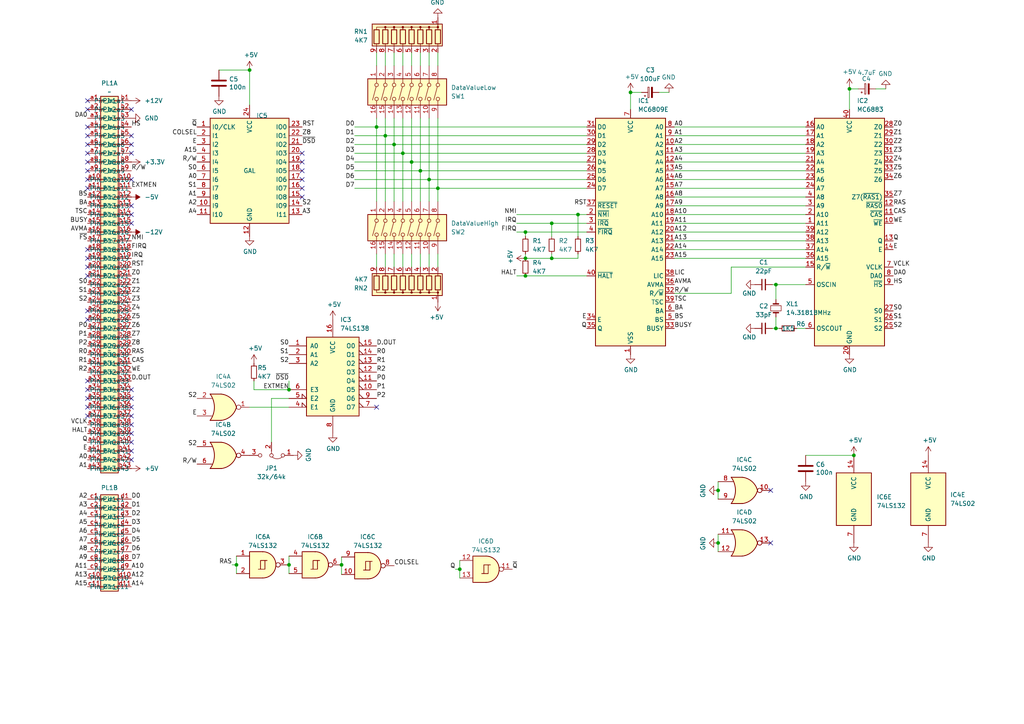
<source format=kicad_sch>
(kicad_sch (version 20250114) (generator "eeschema") (generator_version "9.0")
  (paper "A4")
  (lib_symbols
    (symbol "74xx:74LS02" (pin_names (offset 1.016))
      (property "Reference" "U" (at 0 1.27 0))
      (property "Value" "74LS02" (at 0 -1.27 0))
      (symbol "74LS02_1_1"
        (pin input line (at -7.62 2.54 0) (length 4.318) (name "~") (number "2"))
        (pin input line (at -7.62 -2.54 0) (length 4.318) (name "~") (number "3"))
        (pin output inverted (at 7.62 0 180) (length 3.81) (name "~") (number "1"))
      )
      (symbol "74LS02_1_2"
        (pin input inverted (at -7.62 2.54 0) (length 3.81) (name "~") (number "2"))
        (pin input inverted (at -7.62 -2.54 0) (length 3.81) (name "~") (number "3"))
        (pin output line (at 7.62 0 180) (length 3.81) (name "~") (number "1"))
      )
      (symbol "74LS02_2_1"
        (pin input line (at -7.62 2.54 0) (length 4.318) (name "~") (number "5"))
        (pin input line (at -7.62 -2.54 0) (length 4.318) (name "~") (number "6"))
        (pin output inverted (at 7.62 0 180) (length 3.81) (name "~") (number "4"))
      )
      (symbol "74LS02_2_2"
        (pin input inverted (at -7.62 2.54 0) (length 3.81) (name "~") (number "5"))
        (pin input inverted (at -7.62 -2.54 0) (length 3.81) (name "~") (number "6"))
        (pin output line (at 7.62 0 180) (length 3.81) (name "~") (number "4"))
      )
      (symbol "74LS02_3_1"
        (pin input line (at -7.62 2.54 0) (length 4.318) (name "~") (number "8"))
        (pin input line (at -7.62 -2.54 0) (length 4.318) (name "~") (number "9"))
        (pin output inverted (at 7.62 0 180) (length 3.81) (name "~") (number "10"))
      )
      (symbol "74LS02_3_2"
        (pin input inverted (at -7.62 2.54 0) (length 3.81) (name "~") (number "8"))
        (pin input inverted (at -7.62 -2.54 0) (length 3.81) (name "~") (number "9"))
        (pin output line (at 7.62 0 180) (length 3.81) (name "~") (number "10"))
      )
      (symbol "74LS02_4_1"
        (pin input line (at -7.62 2.54 0) (length 4.318) (name "~") (number "11"))
        (pin input line (at -7.62 -2.54 0) (length 4.318) (name "~") (number "12"))
        (pin output inverted (at 7.62 0 180) (length 3.81) (name "~") (number "13"))
      )
      (symbol "74LS02_4_2"
        (pin input inverted (at -7.62 2.54 0) (length 3.81) (name "~") (number "11"))
        (pin input inverted (at -7.62 -2.54 0) (length 3.81) (name "~") (number "12"))
        (pin output line (at 7.62 0 180) (length 3.81) (name "~") (number "13"))
      )
      (symbol "74LS02_5_0"
        (pin power_in line (at 0 12.7 270) (length 5.08) (name "VCC") (number "14"))
        (pin power_in line (at 0 -12.7 90) (length 5.08) (name "GND") (number "7"))
      )
    )
    (symbol "74xx:74LS132" (pin_names (offset 1.016))
      (property "Reference" "U" (at 0 1.27 0))
      (property "Value" "74LS132" (at 0 -1.27 0))
      (symbol "74LS132_1_1"
        (pin input line (at -7.62 2.54 0) (length 3.81) (name "~") (number "1"))
        (pin input line (at -7.62 -2.54 0) (length 3.81) (name "~") (number "2"))
        (pin output inverted (at 7.62 0 180) (length 3.81) (name "~") (number "3"))
      )
      (symbol "74LS132_1_2"
        (pin input inverted (at -7.62 2.54 0) (length 4.318) (name "~") (number "1"))
        (pin input inverted (at -7.62 -2.54 0) (length 4.318) (name "~") (number "2"))
        (pin output line (at 7.62 0 180) (length 3.81) (name "~") (number "3"))
      )
      (symbol "74LS132_2_1"
        (pin input line (at -7.62 2.54 0) (length 3.81) (name "~") (number "4"))
        (pin input line (at -7.62 -2.54 0) (length 3.81) (name "~") (number "5"))
        (pin output inverted (at 7.62 0 180) (length 3.81) (name "~") (number "6"))
      )
      (symbol "74LS132_2_2"
        (pin input inverted (at -7.62 2.54 0) (length 4.318) (name "~") (number "4"))
        (pin input inverted (at -7.62 -2.54 0) (length 4.318) (name "~") (number "5"))
        (pin output line (at 7.62 0 180) (length 3.81) (name "~") (number "6"))
      )
      (symbol "74LS132_3_1"
        (pin input line (at -7.62 2.54 0) (length 3.81) (name "~") (number "9"))
        (pin input line (at -7.62 -2.54 0) (length 3.81) (name "~") (number "10"))
        (pin output inverted (at 7.62 0 180) (length 3.81) (name "~") (number "8"))
      )
      (symbol "74LS132_3_2"
        (pin input inverted (at -7.62 2.54 0) (length 4.318) (name "~") (number "9"))
        (pin input inverted (at -7.62 -2.54 0) (length 4.318) (name "~") (number "10"))
        (pin output line (at 7.62 0 180) (length 3.81) (name "~") (number "8"))
      )
      (symbol "74LS132_4_1"
        (pin input line (at -7.62 2.54 0) (length 3.81) (name "~") (number "12"))
        (pin input line (at -7.62 -2.54 0) (length 3.81) (name "~") (number "13"))
        (pin output inverted (at 7.62 0 180) (length 3.81) (name "~") (number "11"))
      )
      (symbol "74LS132_4_2"
        (pin input inverted (at -7.62 2.54 0) (length 4.318) (name "~") (number "12"))
        (pin input inverted (at -7.62 -2.54 0) (length 4.318) (name "~") (number "13"))
        (pin output line (at 7.62 0 180) (length 3.81) (name "~") (number "11"))
      )
      (symbol "74LS132_5_0"
        (pin power_in line (at 0 12.7 270) (length 5.08) (name "VCC") (number "14"))
        (pin power_in line (at 0 -12.7 90) (length 5.08) (name "GND") (number "7"))
      )
    )
    (symbol "74xx:74LS138" (pin_names (offset 1.016))
      (property "Reference" "U" (at -7.62 11.43 0))
      (property "Value" "74LS138" (at -7.62 -13.97 0))
      (symbol "74LS138_1_0"
        (pin input line (at -12.7 7.62 0) (length 5.08) (name "A0") (number "1"))
        (pin input line (at -12.7 5.08 0) (length 5.08) (name "A1") (number "2"))
        (pin input line (at -12.7 2.54 0) (length 5.08) (name "A2") (number "3"))
        (pin input line (at -12.7 -5.08 0) (length 5.08) (name "E3") (number "6"))
        (pin input input_low (at -12.7 -7.62 0) (length 5.08) (name "E2") (number "5"))
        (pin input input_low (at -12.7 -10.16 0) (length 5.08) (name "E1") (number "4"))
        (pin power_in line (at 0 15.24 270) (length 5.08) (name "VCC") (number "16"))
        (pin power_in line (at 0 -17.78 90) (length 5.08) (name "GND") (number "8"))
        (pin output output_low (at 12.7 7.62 180) (length 5.08) (name "O0") (number "15"))
        (pin output output_low (at 12.7 5.08 180) (length 5.08) (name "O1") (number "14"))
        (pin output output_low (at 12.7 2.54 180) (length 5.08) (name "O2") (number "13"))
        (pin output output_low (at 12.7 0 180) (length 5.08) (name "O3") (number "12"))
        (pin output output_low (at 12.7 -2.54 180) (length 5.08) (name "O4") (number "11"))
        (pin output output_low (at 12.7 -5.08 180) (length 5.08) (name "O5") (number "10"))
        (pin output output_low (at 12.7 -7.62 180) (length 5.08) (name "O6") (number "9"))
        (pin output output_low (at 12.7 -10.16 180) (length 5.08) (name "O7") (number "7"))
      )
    )
    (symbol "CPU_NXP_6800:MC6809E"
      (property "Reference" "U" (at -7.62 34.544 0))
      (property "Value" "MC6809E" (at 10.16 34.544 0))
      (symbol "MC6809E_1_1"
        (pin bidirectional line (at -12.7 30.48 0) (length 2.54) (name "D0") (number "31"))
        (pin bidirectional line (at -12.7 27.94 0) (length 2.54) (name "D1") (number "30"))
        (pin bidirectional line (at -12.7 25.4 0) (length 2.54) (name "D2") (number "29"))
        (pin bidirectional line (at -12.7 22.86 0) (length 2.54) (name "D3") (number "28"))
        (pin bidirectional line (at -12.7 20.32 0) (length 2.54) (name "D4") (number "27"))
        (pin bidirectional line (at -12.7 17.78 0) (length 2.54) (name "D5") (number "26"))
        (pin bidirectional line (at -12.7 15.24 0) (length 2.54) (name "D6") (number "25"))
        (pin bidirectional line (at -12.7 12.7 0) (length 2.54) (name "D7") (number "24"))
        (pin input line (at -12.7 7.62 0) (length 2.54) (name "~{RESET}") (number "37"))
        (pin input line (at -12.7 5.08 0) (length 2.54) (name "~{NMI}") (number "2"))
        (pin input line (at -12.7 2.54 0) (length 2.54) (name "~{IRQ}") (number "3"))
        (pin input line (at -12.7 0 0) (length 2.54) (name "~{FIRQ}") (number "4"))
        (pin input line (at -12.7 -12.7 0) (length 2.54) (name "~{HALT}") (number "40"))
        (pin input line (at -12.7 -25.4 0) (length 2.54) (name "E") (number "34"))
        (pin input line (at -12.7 -27.94 0) (length 2.54) (name "Q") (number "35"))
        (pin power_in line (at 0 35.56 270) (length 2.54) (name "VCC") (number "7"))
        (pin power_in line (at 0 -35.56 90) (length 2.54) (name "VSS") (number "1"))
        (pin output line (at 12.7 30.48 180) (length 2.54) (name "A0") (number "8"))
        (pin output line (at 12.7 27.94 180) (length 2.54) (name "A1") (number "9"))
        (pin output line (at 12.7 25.4 180) (length 2.54) (name "A2") (number "10"))
        (pin output line (at 12.7 22.86 180) (length 2.54) (name "A3") (number "11"))
        (pin output line (at 12.7 20.32 180) (length 2.54) (name "A4") (number "12"))
        (pin output line (at 12.7 17.78 180) (length 2.54) (name "A5") (number "13"))
        (pin output line (at 12.7 15.24 180) (length 2.54) (name "A6") (number "14"))
        (pin output line (at 12.7 12.7 180) (length 2.54) (name "A7") (number "15"))
        (pin output line (at 12.7 10.16 180) (length 2.54) (name "A8") (number "16"))
        (pin output line (at 12.7 7.62 180) (length 2.54) (name "A9") (number "17"))
        (pin output line (at 12.7 5.08 180) (length 2.54) (name "A10") (number "18"))
        (pin output line (at 12.7 2.54 180) (length 2.54) (name "A11") (number "19"))
        (pin output line (at 12.7 0 180) (length 2.54) (name "A12") (number "20"))
        (pin output line (at 12.7 -2.54 180) (length 2.54) (name "A13") (number "21"))
        (pin output line (at 12.7 -5.08 180) (length 2.54) (name "A14") (number "22"))
        (pin output line (at 12.7 -7.62 180) (length 2.54) (name "A15") (number "23"))
        (pin output line (at 12.7 -12.7 180) (length 2.54) (name "LIC") (number "38"))
        (pin output line (at 12.7 -15.24 180) (length 2.54) (name "AVMA") (number "36"))
        (pin output line (at 12.7 -17.78 180) (length 2.54) (name "R/~{W}") (number "32"))
        (pin output line (at 12.7 -20.32 180) (length 2.54) (name "TSC") (number "39"))
        (pin output line (at 12.7 -22.86 180) (length 2.54) (name "BA") (number "6"))
        (pin output line (at 12.7 -25.4 180) (length 2.54) (name "BS") (number "5"))
        (pin output line (at 12.7 -27.94 180) (length 2.54) (name "BUSY") (number "33"))
      )
    )
    (symbol "Card_Edge_1"
      (symbol "Card_Edge_1_1_1"
        (pin passive line (at -6.35 53.34 0) (length 3.81) (name "Pin_a1") (number "a1"))
        (pin passive line (at -6.35 50.8 0) (length 3.81) (name "Pin_a2") (number "a2"))
        (pin passive line (at -6.35 48.26 0) (length 3.81) (name "Pin_a3") (number "a3"))
        (pin passive line (at -6.35 45.72 0) (length 3.81) (name "Pin_a4") (number "a4"))
        (pin passive line (at -6.35 43.18 0) (length 3.81) (name "Pin_a5") (number "a5"))
        (pin passive line (at -6.35 40.64 0) (length 3.81) (name "Pin_a6") (number "a6"))
        (pin passive line (at -6.35 38.1 0) (length 3.81) (name "Pin_a7") (number "a7"))
        (pin passive line (at -6.35 35.56 0) (length 3.81) (name "Pin_a8") (number "a8"))
        (pin passive line (at -6.35 33.02 0) (length 3.81) (name "Pin_a9") (number "a9"))
        (pin passive line (at -6.35 30.48 0) (length 3.81) (name "Pin_a10") (number "a10"))
        (pin passive line (at -6.35 27.94 0) (length 3.81) (name "Pin_a11") (number "a11"))
        (pin passive line (at -6.35 25.4 0) (length 3.81) (name "Pin_a12") (number "a12"))
        (pin passive line (at -6.35 22.86 0) (length 3.81) (name "Pin_a13") (number "a13"))
        (pin passive line (at -6.35 20.32 0) (length 3.81) (name "Pin_a14") (number "a14"))
        (pin passive line (at -6.35 17.78 0) (length 3.81) (name "Pin_a15") (number "a15"))
        (pin passive line (at -6.35 15.24 0) (length 3.81) (name "Pin_a16") (number "a16"))
        (pin passive line (at -6.35 12.7 0) (length 3.81) (name "Pin_a17") (number "a17"))
        (pin passive line (at -6.35 10.16 0) (length 3.81) (name "Pin_a18") (number "a18"))
        (pin passive line (at -6.35 7.62 0) (length 3.81) (name "Pin_a19") (number "a19"))
        (pin passive line (at -6.35 5.08 0) (length 3.81) (name "Pin_a20") (number "a20"))
        (pin passive line (at -6.35 2.54 0) (length 3.81) (name "Pin_a21") (number "a21"))
        (pin passive line (at -6.35 0 0) (length 3.81) (name "Pin_a22") (number "a22"))
        (pin passive line (at -6.35 -2.54 0) (length 3.81) (name "Pin_a23") (number "a23"))
        (pin passive line (at -6.35 -5.08 0) (length 3.81) (name "Pin_a24") (number "a24"))
        (pin passive line (at -6.35 -7.62 0) (length 3.81) (name "Pin_a25") (number "a25"))
        (pin passive line (at -6.35 -10.16 0) (length 3.81) (name "Pin_a26") (number "a26"))
        (pin passive line (at -6.35 -12.7 0) (length 3.81) (name "Pin_a27") (number "a27"))
        (pin passive line (at -6.35 -15.24 0) (length 3.81) (name "Pin_a28") (number "a28"))
        (pin passive line (at -6.35 -17.78 0) (length 3.81) (name "Pin_a29") (number "a29"))
        (pin passive line (at -6.35 -20.32 0) (length 3.81) (name "Pin_a30") (number "a30"))
        (pin passive line (at -6.35 -22.86 0) (length 3.81) (name "Pin_a31") (number "a31"))
        (pin passive line (at -6.35 -25.4 0) (length 3.81) (name "Pin_a32") (number "a32"))
        (pin passive line (at -6.35 -27.94 0) (length 3.81) (name "Pin_a33") (number "a33"))
        (pin passive line (at -6.35 -30.48 0) (length 3.81) (name "Pin_a34") (number "a34"))
        (pin passive line (at -6.35 -33.02 0) (length 3.81) (name "Pin_a35") (number "a35"))
        (pin passive line (at -6.35 -35.56 0) (length 3.81) (name "Pin_a36") (number "a36"))
        (pin passive line (at -6.35 -38.1 0) (length 3.81) (name "Pin_a37") (number "a37"))
        (pin passive line (at -6.35 -40.64 0) (length 3.81) (name "Pin_a38") (number "a38"))
        (pin passive line (at -6.35 -43.18 0) (length 3.81) (name "Pin_a39") (number "a39"))
        (pin passive line (at -6.35 -45.72 0) (length 3.81) (name "Pin_a40") (number "a40"))
        (pin passive line (at -6.35 -48.26 0) (length 3.81) (name "Pin_a41") (number "a41"))
        (pin passive line (at -6.35 -50.8 0) (length 3.81) (name "Pin_a42") (number "a42"))
        (pin passive line (at -6.35 -53.34 0) (length 3.81) (name "Pin_a43") (number "a43"))
        (pin passive line (at 6.35 53.34 180) (length 3.81) (name "Pin_b1") (number "b1"))
        (pin passive line (at 6.35 50.8 180) (length 3.81) (name "Pin_b2") (number "b2"))
        (pin passive line (at 6.35 48.26 180) (length 3.81) (name "Pin_b3") (number "b3"))
        (pin passive line (at 6.35 45.72 180) (length 3.81) (name "Pin_b4") (number "b4"))
        (pin passive line (at 6.35 43.18 180) (length 3.81) (name "Pin_b5") (number "b5"))
        (pin passive line (at 6.35 40.64 180) (length 3.81) (name "Pin_b6") (number "b6"))
        (pin passive line (at 6.35 38.1 180) (length 3.81) (name "Pin_b7") (number "b7"))
        (pin passive line (at 6.35 35.56 180) (length 3.81) (name "Pin_b8") (number "b8"))
        (pin passive line (at 6.35 33.02 180) (length 3.81) (name "Pin_b9") (number "b9"))
        (pin passive line (at 6.35 30.48 180) (length 3.81) (name "Pin_b10") (number "b10"))
        (pin passive line (at 6.35 27.94 180) (length 3.81) (name "Pin_b11") (number "b11"))
        (pin passive line (at 6.35 25.4 180) (length 3.81) (name "Pin_b12") (number "b12"))
        (pin passive line (at 6.35 22.86 180) (length 3.81) (name "Pin_b13") (number "b13"))
        (pin passive line (at 6.35 20.32 180) (length 3.81) (name "Pin_b14") (number "b14"))
        (pin passive line (at 6.35 17.78 180) (length 3.81) (name "Pin_b15") (number "b15"))
        (pin passive line (at 6.35 15.24 180) (length 3.81) (name "Pin_b16") (number "b16"))
        (pin passive line (at 6.35 12.7 180) (length 3.81) (name "Pin_b17") (number "b17"))
        (pin passive line (at 6.35 10.16 180) (length 3.81) (name "Pin_b18") (number "b18"))
        (pin passive line (at 6.35 7.62 180) (length 3.81) (name "Pin_b19") (number "b19"))
        (pin passive line (at 6.35 5.08 180) (length 3.81) (name "Pin_b20") (number "b20"))
        (pin passive line (at 6.35 2.54 180) (length 3.81) (name "Pin_b21") (number "b21"))
        (pin passive line (at 6.35 0 180) (length 3.81) (name "Pin_b22") (number "b22"))
        (pin passive line (at 6.35 -2.54 180) (length 3.81) (name "Pin_b23") (number "b23"))
        (pin passive line (at 6.35 -5.08 180) (length 3.81) (name "Pin_b24") (number "b24"))
        (pin passive line (at 6.35 -7.62 180) (length 3.81) (name "Pin_b25") (number "b25"))
        (pin passive line (at 6.35 -10.16 180) (length 3.81) (name "Pin_b26") (number "b26"))
        (pin passive line (at 6.35 -12.7 180) (length 3.81) (name "Pin_b27") (number "b27"))
        (pin passive line (at 6.35 -15.24 180) (length 3.81) (name "Pin_b28") (number "b28"))
        (pin passive line (at 6.35 -17.78 180) (length 3.81) (name "Pin_b29") (number "b29"))
        (pin passive line (at 6.35 -20.32 180) (length 3.81) (name "Pin_b30") (number "b30"))
        (pin passive line (at 6.35 -22.86 180) (length 3.81) (name "Pin_b31") (number "b31"))
        (pin passive line (at 6.35 -25.4 180) (length 3.81) (name "Pin_b32") (number "b32"))
        (pin passive line (at 6.35 -27.94 180) (length 3.81) (name "Pin_b33") (number "b33"))
        (pin passive line (at 6.35 -30.48 180) (length 3.81) (name "Pin_b34") (number "b34"))
        (pin passive line (at 6.35 -33.02 180) (length 3.81) (name "Pin_b35") (number "b35"))
        (pin passive line (at 6.35 -35.56 180) (length 3.81) (name "Pin_b36") (number "b36"))
        (pin passive line (at 6.35 -38.1 180) (length 3.81) (name "Pin_b37") (number "b37"))
        (pin passive line (at 6.35 -40.64 180) (length 3.81) (name "Pin_b38") (number "b38"))
        (pin passive line (at 6.35 -43.18 180) (length 3.81) (name "Pin_b39") (number "b39"))
        (pin passive line (at 6.35 -45.72 180) (length 3.81) (name "Pin_b40") (number "b40"))
        (pin passive line (at 6.35 -48.26 180) (length 3.81) (name "Pin_b41") (number "b41"))
        (pin passive line (at 6.35 -50.8 180) (length 3.81) (name "Pin_b42") (number "b42"))
        (pin passive line (at 6.35 -53.34 180) (length 3.81) (name "Pin_b43") (number "b43"))
      )
      (symbol "Card_Edge_1_2_1"
        (pin passive line (at -6.35 12.7 0) (length 3.81) (name "Pin_c1") (number "c1"))
        (pin passive line (at -6.35 10.16 0) (length 3.81) (name "Pin_c2") (number "c2"))
        (pin passive line (at -6.35 7.62 0) (length 3.81) (name "Pin_c3") (number "c3"))
        (pin passive line (at -6.35 5.08 0) (length 3.81) (name "Pin_c4") (number "c4"))
        (pin passive line (at -6.35 2.54 0) (length 3.81) (name "Pin_c5") (number "c5"))
        (pin passive line (at -6.35 0 0) (length 3.81) (name "Pin_c6") (number "c6"))
        (pin passive line (at -6.35 -2.54 0) (length 3.81) (name "Pin_c7") (number "c7"))
        (pin passive line (at -6.35 -5.08 0) (length 3.81) (name "Pin_c8") (number "c8"))
        (pin passive line (at -6.35 -7.62 0) (length 3.81) (name "Pin_c9") (number "c9"))
        (pin passive line (at -6.35 -10.16 0) (length 3.81) (name "Pin_c10") (number "c10"))
        (pin passive line (at -6.35 -12.7 0) (length 3.81) (name "Pin_c11") (number "c11"))
        (pin passive line (at 6.35 12.7 180) (length 3.81) (name "Pin_d1") (number "d1"))
        (pin passive line (at 6.35 10.16 180) (length 3.81) (name "Pin_d2") (number "d2"))
        (pin passive line (at 6.35 7.62 180) (length 3.81) (name "Pin_d3") (number "d3"))
        (pin passive line (at 6.35 5.08 180) (length 3.81) (name "Pin_d4") (number "d4"))
        (pin passive line (at 6.35 2.54 180) (length 3.81) (name "Pin_d5") (number "d5"))
        (pin passive line (at 6.35 0 180) (length 3.81) (name "Pin_d6") (number "d6"))
        (pin passive line (at 6.35 -2.54 180) (length 3.81) (name "Pin_d7") (number "d7"))
        (pin passive line (at 6.35 -5.08 180) (length 3.81) (name "Pin_d8") (number "d8"))
        (pin passive line (at 6.35 -7.62 180) (length 3.81) (name "Pin_d9") (number "d9"))
        (pin passive line (at 6.35 -10.16 180) (length 3.81) (name "Pin_d10") (number "d10"))
        (pin passive line (at 6.35 -12.7 180) (length 3.81) (name "Pin_d11") (number "d11"))
      )
    )
    (symbol "Device:C" (pin_numbers (hide yes)) (pin_names (offset 0.254))
      (property "Reference" "C" (at 0.635 2.54 0))
      (property "Value" "C" (at 0.635 -2.54 0))
      (symbol "C_1_1"
        (pin passive line (at 0 3.81 270) (length 2.794) (name "~") (number "1"))
        (pin passive line (at 0 -3.81 90) (length 2.794) (name "~") (number "2"))
      )
    )
    (symbol "Device:C_Polarized_Small" (pin_numbers (hide yes)) (pin_names (offset 0.254) (hide yes))
      (property "Reference" "C" (at 0.254 1.778 0))
      (property "Value" "C_Polarized_Small" (at 0.254 -2.032 0))
      (symbol "C_Polarized_Small_1_1"
        (pin passive line (at 0 2.54 270) (length 1.8542) (name "~") (number "1"))
        (pin passive line (at 0 -2.54 90) (length 1.8542) (name "~") (number "2"))
      )
    )
    (symbol "Device:C_Small" (pin_numbers (hide yes)) (pin_names (offset 0.254) (hide yes))
      (property "Reference" "C" (at 0.254 1.778 0))
      (property "Value" "C_Small" (at 0.254 -2.032 0))
      (symbol "C_Small_1_1"
        (pin passive line (at 0 2.54 270) (length 2.032) (name "~") (number "1"))
        (pin passive line (at 0 -2.54 90) (length 2.032) (name "~") (number "2"))
      )
    )
    (symbol "Device:Crystal_Small" (pin_numbers (hide yes)) (pin_names (offset 1.016) (hide yes))
      (property "Reference" "Y" (at 0 2.54 0))
      (property "Value" "Crystal_Small" (at 0 -2.54 0))
      (symbol "Crystal_Small_1_1"
        (pin passive line (at -2.54 0 0) (length 1.27) (name "1") (number "1"))
        (pin passive line (at 2.54 0 180) (length 1.27) (name "2") (number "2"))
      )
    )
    (symbol "Device:R_Network08" (pin_names (offset 0) (hide yes))
      (property "Reference" "RN" (at -12.7 0 90))
      (property "Value" "R_Network08" (at 10.16 0 90))
      (symbol "R_Network08_1_1"
        (pin passive line (at -10.16 5.08 270) (length 2.54) (name "common") (number "1"))
        (pin passive line (at -10.16 -5.08 90) (length 1.27) (name "R1") (number "2"))
        (pin passive line (at -7.62 -5.08 90) (length 1.27) (name "R2") (number "3"))
        (pin passive line (at -5.08 -5.08 90) (length 1.27) (name "R3") (number "4"))
        (pin passive line (at -2.54 -5.08 90) (length 1.27) (name "R4") (number "5"))
        (pin passive line (at 0 -5.08 90) (length 1.27) (name "R5") (number "6"))
        (pin passive line (at 2.54 -5.08 90) (length 1.27) (name "R6") (number "7"))
        (pin passive line (at 5.08 -5.08 90) (length 1.27) (name "R7") (number "8"))
        (pin passive line (at 7.62 -5.08 90) (length 1.27) (name "R8") (number "9"))
      )
    )
    (symbol "Device:R_Small" (pin_numbers (hide yes)) (pin_names (offset 0.254) (hide yes))
      (property "Reference" "R" (at 0.762 0.508 0))
      (property "Value" "R_Small" (at 0.762 -1.016 0))
      (symbol "R_Small_1_1"
        (pin passive line (at 0 2.54 270) (length 0.762) (name "~") (number "1"))
        (pin passive line (at 0 -2.54 90) (length 0.762) (name "~") (number "2"))
      )
    )
    (symbol "Jumper:Jumper_3_Bridged12" (pin_names (offset 0) (hide yes))
      (property "Reference" "JP" (at -2.54 -2.54 0))
      (property "Value" "Jumper_3_Bridged12" (at 0 2.794 0))
      (symbol "Jumper_3_Bridged12_1_1"
        (pin passive line (at -6.35 0 0) (length 2.54) (name "A") (number "1"))
        (pin input line (at 0 -3.81 90) (length 2.54) (name "C") (number "2"))
        (pin passive line (at 6.35 0 180) (length 2.54) (name "B") (number "3"))
      )
    )
    (symbol "Library:Card_Edge"
      (symbol "Card_Edge_1_1"
        (pin passive line (at -6.35 53.34 0) (length 3.81) (name "Pin_a1") (number "a1"))
        (pin passive line (at -6.35 50.8 0) (length 3.81) (name "Pin_a2") (number "a2"))
        (pin passive line (at -6.35 48.26 0) (length 3.81) (name "Pin_a3") (number "a3"))
        (pin passive line (at -6.35 45.72 0) (length 3.81) (name "Pin_a4") (number "a4"))
        (pin passive line (at -6.35 43.18 0) (length 3.81) (name "Pin_a5") (number "a5"))
        (pin passive line (at -6.35 40.64 0) (length 3.81) (name "Pin_a6") (number "a6"))
        (pin passive line (at -6.35 38.1 0) (length 3.81) (name "Pin_a7") (number "a7"))
        (pin passive line (at -6.35 35.56 0) (length 3.81) (name "Pin_a8") (number "a8"))
        (pin passive line (at -6.35 33.02 0) (length 3.81) (name "Pin_a9") (number "a9"))
        (pin passive line (at -6.35 30.48 0) (length 3.81) (name "Pin_a10") (number "a10"))
        (pin passive line (at -6.35 27.94 0) (length 3.81) (name "Pin_a11") (number "a11"))
        (pin passive line (at -6.35 25.4 0) (length 3.81) (name "Pin_a12") (number "a12"))
        (pin passive line (at -6.35 22.86 0) (length 3.81) (name "Pin_a13") (number "a13"))
        (pin passive line (at -6.35 20.32 0) (length 3.81) (name "Pin_a14") (number "a14"))
        (pin passive line (at -6.35 17.78 0) (length 3.81) (name "Pin_a15") (number "a15"))
        (pin passive line (at -6.35 15.24 0) (length 3.81) (name "Pin_a16") (number "a16"))
        (pin passive line (at -6.35 12.7 0) (length 3.81) (name "Pin_a17") (number "a17"))
        (pin passive line (at -6.35 10.16 0) (length 3.81) (name "Pin_a18") (number "a18"))
        (pin passive line (at -6.35 7.62 0) (length 3.81) (name "Pin_a19") (number "a19"))
        (pin passive line (at -6.35 5.08 0) (length 3.81) (name "Pin_a20") (number "a20"))
        (pin passive line (at -6.35 2.54 0) (length 3.81) (name "Pin_a21") (number "a21"))
        (pin passive line (at -6.35 0 0) (length 3.81) (name "Pin_a22") (number "a22"))
        (pin passive line (at -6.35 -2.54 0) (length 3.81) (name "Pin_a23") (number "a23"))
        (pin passive line (at -6.35 -5.08 0) (length 3.81) (name "Pin_a24") (number "a24"))
        (pin passive line (at -6.35 -7.62 0) (length 3.81) (name "Pin_a25") (number "a25"))
        (pin passive line (at -6.35 -10.16 0) (length 3.81) (name "Pin_a26") (number "a26"))
        (pin passive line (at -6.35 -12.7 0) (length 3.81) (name "Pin_a27") (number "a27"))
        (pin passive line (at -6.35 -15.24 0) (length 3.81) (name "Pin_a28") (number "a28"))
        (pin passive line (at -6.35 -17.78 0) (length 3.81) (name "Pin_a29") (number "a29"))
        (pin passive line (at -6.35 -20.32 0) (length 3.81) (name "Pin_a30") (number "a30"))
        (pin passive line (at -6.35 -22.86 0) (length 3.81) (name "Pin_a31") (number "a31"))
        (pin passive line (at -6.35 -25.4 0) (length 3.81) (name "Pin_a32") (number "a32"))
        (pin passive line (at -6.35 -27.94 0) (length 3.81) (name "Pin_a33") (number "a33"))
        (pin passive line (at -6.35 -30.48 0) (length 3.81) (name "Pin_a34") (number "a34"))
        (pin passive line (at -6.35 -33.02 0) (length 3.81) (name "Pin_a35") (number "a35"))
        (pin passive line (at -6.35 -35.56 0) (length 3.81) (name "Pin_a36") (number "a36"))
        (pin passive line (at -6.35 -38.1 0) (length 3.81) (name "Pin_a37") (number "a37"))
        (pin passive line (at -6.35 -40.64 0) (length 3.81) (name "Pin_a38") (number "a38"))
        (pin passive line (at -6.35 -43.18 0) (length 3.81) (name "Pin_a39") (number "a39"))
        (pin passive line (at -6.35 -45.72 0) (length 3.81) (name "Pin_a40") (number "a40"))
        (pin passive line (at -6.35 -48.26 0) (length 3.81) (name "Pin_a41") (number "a41"))
        (pin passive line (at -6.35 -50.8 0) (length 3.81) (name "Pin_a42") (number "a42"))
        (pin passive line (at -6.35 -53.34 0) (length 3.81) (name "Pin_a43") (number "a43"))
        (pin passive line (at 6.35 53.34 180) (length 3.81) (name "Pin_b1") (number "b1"))
        (pin passive line (at 6.35 50.8 180) (length 3.81) (name "Pin_b2") (number "b2"))
        (pin passive line (at 6.35 48.26 180) (length 3.81) (name "Pin_b3") (number "b3"))
        (pin passive line (at 6.35 45.72 180) (length 3.81) (name "Pin_b4") (number "b4"))
        (pin passive line (at 6.35 43.18 180) (length 3.81) (name "Pin_b5") (number "b5"))
        (pin passive line (at 6.35 40.64 180) (length 3.81) (name "Pin_b6") (number "b6"))
        (pin passive line (at 6.35 38.1 180) (length 3.81) (name "Pin_b7") (number "b7"))
        (pin passive line (at 6.35 35.56 180) (length 3.81) (name "Pin_b8") (number "b8"))
        (pin passive line (at 6.35 33.02 180) (length 3.81) (name "Pin_b9") (number "b9"))
        (pin passive line (at 6.35 30.48 180) (length 3.81) (name "Pin_b10") (number "b10"))
        (pin passive line (at 6.35 27.94 180) (length 3.81) (name "Pin_b11") (number "b11"))
        (pin passive line (at 6.35 25.4 180) (length 3.81) (name "Pin_b12") (number "b12"))
        (pin passive line (at 6.35 22.86 180) (length 3.81) (name "Pin_b13") (number "b13"))
        (pin passive line (at 6.35 20.32 180) (length 3.81) (name "Pin_b14") (number "b14"))
        (pin passive line (at 6.35 17.78 180) (length 3.81) (name "Pin_b15") (number "b15"))
        (pin passive line (at 6.35 15.24 180) (length 3.81) (name "Pin_b16") (number "b16"))
        (pin passive line (at 6.35 12.7 180) (length 3.81) (name "Pin_b17") (number "b17"))
        (pin passive line (at 6.35 10.16 180) (length 3.81) (name "Pin_b18") (number "b18"))
        (pin passive line (at 6.35 7.62 180) (length 3.81) (name "Pin_b19") (number "b19"))
        (pin passive line (at 6.35 5.08 180) (length 3.81) (name "Pin_b20") (number "b20"))
        (pin passive line (at 6.35 2.54 180) (length 3.81) (name "Pin_b21") (number "b21"))
        (pin passive line (at 6.35 0 180) (length 3.81) (name "Pin_b22") (number "b22"))
        (pin passive line (at 6.35 -2.54 180) (length 3.81) (name "Pin_b23") (number "b23"))
        (pin passive line (at 6.35 -5.08 180) (length 3.81) (name "Pin_b24") (number "b24"))
        (pin passive line (at 6.35 -7.62 180) (length 3.81) (name "Pin_b25") (number "b25"))
        (pin passive line (at 6.35 -10.16 180) (length 3.81) (name "Pin_b26") (number "b26"))
        (pin passive line (at 6.35 -12.7 180) (length 3.81) (name "Pin_b27") (number "b27"))
        (pin passive line (at 6.35 -15.24 180) (length 3.81) (name "Pin_b28") (number "b28"))
        (pin passive line (at 6.35 -17.78 180) (length 3.81) (name "Pin_b29") (number "b29"))
        (pin passive line (at 6.35 -20.32 180) (length 3.81) (name "Pin_b30") (number "b30"))
        (pin passive line (at 6.35 -22.86 180) (length 3.81) (name "Pin_b31") (number "b31"))
        (pin passive line (at 6.35 -25.4 180) (length 3.81) (name "Pin_b32") (number "b32"))
        (pin passive line (at 6.35 -27.94 180) (length 3.81) (name "Pin_b33") (number "b33"))
        (pin passive line (at 6.35 -30.48 180) (length 3.81) (name "Pin_b34") (number "b34"))
        (pin passive line (at 6.35 -33.02 180) (length 3.81) (name "Pin_b35") (number "b35"))
        (pin passive line (at 6.35 -35.56 180) (length 3.81) (name "Pin_b36") (number "b36"))
        (pin passive line (at 6.35 -38.1 180) (length 3.81) (name "Pin_b37") (number "b37"))
        (pin passive line (at 6.35 -40.64 180) (length 3.81) (name "Pin_b38") (number "b38"))
        (pin passive line (at 6.35 -43.18 180) (length 3.81) (name "Pin_b39") (number "b39"))
        (pin passive line (at 6.35 -45.72 180) (length 3.81) (name "Pin_b40") (number "b40"))
        (pin passive line (at 6.35 -48.26 180) (length 3.81) (name "Pin_b41") (number "b41"))
        (pin passive line (at 6.35 -50.8 180) (length 3.81) (name "Pin_b42") (number "b42"))
        (pin passive line (at 6.35 -53.34 180) (length 3.81) (name "Pin_b43") (number "b43"))
      )
      (symbol "Card_Edge_2_1"
        (pin passive line (at -6.35 12.7 0) (length 3.81) (name "Pin_c1") (number "c1"))
        (pin passive line (at -6.35 10.16 0) (length 3.81) (name "Pin_c2") (number "c2"))
        (pin passive line (at -6.35 7.62 0) (length 3.81) (name "Pin_c3") (number "c3"))
        (pin passive line (at -6.35 5.08 0) (length 3.81) (name "Pin_c4") (number "c4"))
        (pin passive line (at -6.35 2.54 0) (length 3.81) (name "Pin_c5") (number "c5"))
        (pin passive line (at -6.35 0 0) (length 3.81) (name "Pin_c6") (number "c6"))
        (pin passive line (at -6.35 -2.54 0) (length 3.81) (name "Pin_c7") (number "c7"))
        (pin passive line (at -6.35 -5.08 0) (length 3.81) (name "Pin_c8") (number "c8"))
        (pin passive line (at -6.35 -7.62 0) (length 3.81) (name "Pin_c9") (number "c9"))
        (pin passive line (at -6.35 -10.16 0) (length 3.81) (name "Pin_c10") (number "c10"))
        (pin passive line (at -6.35 -12.7 0) (length 3.81) (name "Pin_c11") (number "c11"))
        (pin passive line (at 6.35 12.7 180) (length 3.81) (name "Pin_d1") (number "d1"))
        (pin passive line (at 6.35 10.16 180) (length 3.81) (name "Pin_d2") (number "d2"))
        (pin passive line (at 6.35 7.62 180) (length 3.81) (name "Pin_d3") (number "d3"))
        (pin passive line (at 6.35 5.08 180) (length 3.81) (name "Pin_d4") (number "d4"))
        (pin passive line (at 6.35 2.54 180) (length 3.81) (name "Pin_d5") (number "d5"))
        (pin passive line (at 6.35 0 180) (length 3.81) (name "Pin_d6") (number "d6"))
        (pin passive line (at 6.35 -2.54 180) (length 3.81) (name "Pin_d7") (number "d7"))
        (pin passive line (at 6.35 -5.08 180) (length 3.81) (name "Pin_d8") (number "d8"))
        (pin passive line (at 6.35 -7.62 180) (length 3.81) (name "Pin_d9") (number "d9"))
        (pin passive line (at 6.35 -10.16 180) (length 3.81) (name "Pin_d10") (number "d10"))
        (pin passive line (at 6.35 -12.7 180) (length 3.81) (name "Pin_d11") (number "d11"))
      )
    )
    (symbol "Library:SN74LS783"
      (property "Reference" "IC" (at 0 0 0))
      (property "Value" "MC6883" (at 0 0 0))
      (symbol "SN74LS783_1_1"
        (pin input line (at -12.7 30.48 0) (length 2.54) (name "A0") (number "16"))
        (pin input line (at -12.7 27.94 0) (length 2.54) (name "A1") (number "17"))
        (pin input line (at -12.7 25.4 0) (length 2.54) (name "A2") (number "18"))
        (pin input line (at -12.7 22.86 0) (length 2.54) (name "A3") (number "19"))
        (pin input line (at -12.7 20.32 0) (length 2.54) (name "A4") (number "21"))
        (pin input line (at -12.7 17.78 0) (length 2.54) (name "A5") (number "22"))
        (pin input line (at -12.7 15.24 0) (length 2.54) (name "A6") (number "23"))
        (pin input line (at -12.7 12.7 0) (length 2.54) (name "A7") (number "24"))
        (pin input line (at -12.7 10.16 0) (length 2.54) (name "A8") (number "4"))
        (pin input line (at -12.7 7.62 0) (length 2.54) (name "A9") (number "3"))
        (pin input line (at -12.7 5.08 0) (length 2.54) (name "A10") (number "2"))
        (pin input line (at -12.7 2.54 0) (length 2.54) (name "A11") (number "1"))
        (pin input line (at -12.7 0 0) (length 2.54) (name "A12") (number "39"))
        (pin input line (at -12.7 -2.54 0) (length 2.54) (name "A13") (number "38"))
        (pin input line (at -12.7 -5.08 0) (length 2.54) (name "A14") (number "37"))
        (pin input line (at -12.7 -7.62 0) (length 2.54) (name "A15") (number "36"))
        (pin output line (at -12.7 -10.16 0) (length 2.54) (name "R/~{W}") (number "15"))
        (pin input line (at -12.7 -15.24 0) (length 2.54) (name "OSCIN") (number "5"))
        (pin output line (at -12.7 -27.94 0) (length 2.54) (name "OSCOUT") (number "6"))
        (pin power_in line (at 0 35.56 270) (length 2.54) (name "VCC") (number "40"))
        (pin power_in line (at 0 -35.56 90) (length 2.54) (name "GND") (number "20"))
        (pin output line (at 12.7 30.48 180) (length 2.54) (name "Z0") (number "28"))
        (pin output line (at 12.7 27.94 180) (length 2.54) (name "Z1") (number "29"))
        (pin output line (at 12.7 25.4 180) (length 2.54) (name "Z2") (number "30"))
        (pin output line (at 12.7 22.86 180) (length 2.54) (name "Z3") (number "31"))
        (pin output line (at 12.7 20.32 180) (length 2.54) (name "Z4") (number "32"))
        (pin output line (at 12.7 17.78 180) (length 2.54) (name "Z5") (number "33"))
        (pin output line (at 12.7 15.24 180) (length 2.54) (name "Z6") (number "34"))
        (pin output line (at 12.7 10.16 180) (length 2.54) (name "Z7(~{RAS1})") (number "35"))
        (pin output line (at 12.7 7.62 180) (length 2.54) (name "~{RAS0}") (number "12"))
        (pin output line (at 12.7 5.08 180) (length 2.54) (name "~{CAS}") (number "11"))
        (pin output line (at 12.7 2.54 180) (length 2.54) (name "~{WE}") (number "10"))
        (pin output line (at 12.7 -2.54 180) (length 2.54) (name "Q") (number "13"))
        (pin output line (at 12.7 -5.08 180) (length 2.54) (name "E") (number "14"))
        (pin input line (at 12.7 -10.16 180) (length 2.54) (name "VCLK") (number "7"))
        (pin input line (at 12.7 -12.7 180) (length 2.54) (name "DA0") (number "8"))
        (pin input line (at 12.7 -15.24 180) (length 2.54) (name "~{HS}") (number "9"))
        (pin output line (at 12.7 -22.86 180) (length 2.54) (name "S0") (number "27"))
        (pin output line (at 12.7 -25.4 180) (length 2.54) (name "S1") (number "26"))
        (pin output line (at 12.7 -27.94 180) (length 2.54) (name "S2") (number "25"))
      )
    )
    (symbol "Switch:SW_DIP_x08" (pin_names (offset 0) (hide yes))
      (property "Reference" "SW" (at 0 13.97 0))
      (property "Value" "SW_DIP_x08" (at 0 -11.43 0))
      (symbol "SW_DIP_x08_1_1"
        (pin passive line (at -7.62 10.16 0) (length 5.08) (name "~") (number "1"))
        (pin passive line (at -7.62 7.62 0) (length 5.08) (name "~") (number "2"))
        (pin passive line (at -7.62 5.08 0) (length 5.08) (name "~") (number "3"))
        (pin passive line (at -7.62 2.54 0) (length 5.08) (name "~") (number "4"))
        (pin passive line (at -7.62 0 0) (length 5.08) (name "~") (number "5"))
        (pin passive line (at -7.62 -2.54 0) (length 5.08) (name "~") (number "6"))
        (pin passive line (at -7.62 -5.08 0) (length 5.08) (name "~") (number "7"))
        (pin passive line (at -7.62 -7.62 0) (length 5.08) (name "~") (number "8"))
        (pin passive line (at 7.62 10.16 180) (length 5.08) (name "~") (number "16"))
        (pin passive line (at 7.62 7.62 180) (length 5.08) (name "~") (number "15"))
        (pin passive line (at 7.62 5.08 180) (length 5.08) (name "~") (number "14"))
        (pin passive line (at 7.62 2.54 180) (length 5.08) (name "~") (number "13"))
        (pin passive line (at 7.62 0 180) (length 5.08) (name "~") (number "12"))
        (pin passive line (at 7.62 -2.54 180) (length 5.08) (name "~") (number "11"))
        (pin passive line (at 7.62 -5.08 180) (length 5.08) (name "~") (number "10"))
        (pin passive line (at 7.62 -7.62 180) (length 5.08) (name "~") (number "9"))
      )
    )
    (symbol "power:+12V" (power) (pin_numbers (hide yes)) (pin_names (offset 0) (hide yes))
      (property "Value" "+12V" (at 0 3.556 0))
      (symbol "+12V_1_1"
        (pin power_in line (at 0 0 90) (length 0) (name "~") (number "1"))
      )
    )
    (symbol "power:+3.3V" (power) (pin_numbers (hide yes)) (pin_names (offset 0) (hide yes))
      (property "Value" "+3.3V" (at 0 3.556 0))
      (symbol "+3.3V_1_1"
        (pin power_in line (at 0 0 90) (length 0) (name "~") (number "1"))
      )
    )
    (symbol "power:+5V" (power) (pin_names (offset 0))
      (property "Value" "+5V" (at 0 3.556 0))
      (symbol "+5V_1_1"
        (pin power_in line (at 0 0 90) (length 0) (hide yes) (name "+5V") (number "1"))
      )
    )
    (symbol "power:-12V" (power) (pin_numbers (hide yes)) (pin_names (offset 0) (hide yes))
      (property "Value" "-12V" (at 0 3.556 0))
      (symbol "-12V_0_0"
        (pin power_in line (at 0 0 90) (length 0) (name "~") (number "1"))
      )
    )
    (symbol "power:-5V" (power) (pin_numbers (hide yes)) (pin_names (offset 0) (hide yes))
      (property "Value" "-5V" (at 0 3.556 0))
      (symbol "-5V_0_0"
        (pin power_in line (at 0 0 90) (length 0) (name "~") (number "1"))
      )
    )
    (symbol "power:GND" (power) (pin_names (offset 0))
      (property "Value" "GND" (at 0 -3.81 0))
      (symbol "GND_1_1"
        (pin power_in line (at 0 0 270) (length 0) (hide yes) (name "GND") (number "1"))
      )
    )
    (symbol "vdg:GAL22V10"
      (property "Reference" "U" (at 0 0 0))
      (symbol "GAL22V10_1_1"
        (pin passive line (at -15.24 12.7 0) (length 3.81) (name "I0/CLK") (number "1"))
        (pin passive line (at -15.24 10.16 0) (length 3.81) (name "I1") (number "2"))
        (pin passive line (at -15.24 7.62 0) (length 3.81) (name "I2") (number "3"))
        (pin passive line (at -15.24 5.08 0) (length 3.81) (name "I3") (number "4"))
        (pin passive line (at -15.24 2.54 0) (length 3.81) (name "I4") (number "5"))
        (pin passive line (at -15.24 0 0) (length 3.81) (name "I5") (number "6"))
        (pin passive line (at -15.24 -2.54 0) (length 3.81) (name "I6") (number "7"))
        (pin passive line (at -15.24 -5.08 0) (length 3.81) (name "I7") (number "8"))
        (pin passive line (at -15.24 -7.62 0) (length 3.81) (name "I8") (number "9"))
        (pin passive line (at -15.24 -10.16 0) (length 3.81) (name "I9") (number "10"))
        (pin passive line (at -15.24 -12.7 0) (length 3.81) (name "I10") (number "11"))
        (pin passive line (at 0 19.05 270) (length 3.81) (name "VCC") (number "24"))
        (pin passive line (at 0 -19.05 90) (length 3.81) (name "GND") (number "12"))
        (pin passive line (at 15.24 12.7 180) (length 3.81) (name "IO0") (number "23"))
        (pin passive line (at 15.24 10.16 180) (length 3.81) (name "IO1") (number "22"))
        (pin passive line (at 15.24 7.62 180) (length 3.81) (name "IO2") (number "21"))
        (pin passive line (at 15.24 5.08 180) (length 3.81) (name "IO3") (number "20"))
        (pin passive line (at 15.24 2.54 180) (length 3.81) (name "IO4") (number "19"))
        (pin passive line (at 15.24 0 180) (length 3.81) (name "IO5") (number "18"))
        (pin passive line (at 15.24 -2.54 180) (length 3.81) (name "IO6") (number "17"))
        (pin passive line (at 15.24 -5.08 180) (length 3.81) (name "IO7") (number "16"))
        (pin passive line (at 15.24 -7.62 180) (length 3.81) (name "IO8") (number "15"))
        (pin passive line (at 15.24 -10.16 180) (length 3.81) (name "IO9") (number "14"))
        (pin passive line (at 15.24 -12.7 180) (length 3.81) (name "I11") (number "13"))
      )
    )
  )
  (junction (at 247.65 132.08))
  (junction (at 127 54.61))
  (junction (at 246.38 25.781))
  (junction (at 111.76 39.37))
  (junction (at 208.28 157.48))
  (junction (at 116.84 44.45))
  (junction (at 124.46 52.07))
  (junction (at 68.58 163.83))
  (junction (at 152.4 74.93))
  (junction (at 99.06 163.83))
  (junction (at 160.02 74.93))
  (junction (at 119.38 46.99))
  (junction (at 109.22 36.83))
  (junction (at 114.3 41.91))
  (junction (at 83.82 163.83))
  (junction (at 133.35 165.1))
  (junction (at 225.044 95.25))
  (junction (at 152.4 67.31))
  (junction (at 152.4 80.01))
  (junction (at 72.39 20.32))
  (junction (at 121.92 49.53))
  (junction (at 160.02 64.77))
  (junction (at 182.88 26.797))
  (junction (at 208.28 142.24))
  (junction (at 225.044 82.55))
  (junction (at 167.64 62.23))
  (junction (at 83.82 113.03))
  (no_connect (at 87.63 49.53))
  (no_connect (at 38.1 133.35))
  (no_connect (at 223.52 142.24))
  (no_connect (at 25.4 72.39))
  (no_connect (at 25.4 92.71))
  (no_connect (at 25.4 74.93))
  (no_connect (at 25.4 41.91))
  (no_connect (at 25.4 36.83))
  (no_connect (at 25.4 52.07))
  (no_connect (at 25.4 90.17))
  (no_connect (at 38.1 62.23))
  (no_connect (at 87.63 57.15))
  (no_connect (at 25.4 44.45))
  (no_connect (at 38.1 31.75))
  (no_connect (at 38.1 125.73))
  (no_connect (at 38.1 41.91))
  (no_connect (at 87.63 46.99))
  (no_connect (at 25.4 115.57))
  (no_connect (at 38.1 130.81))
  (no_connect (at 25.4 80.01))
  (no_connect (at 38.1 44.45))
  (no_connect (at 25.4 77.47))
  (no_connect (at 25.4 113.03))
  (no_connect (at 25.4 49.53))
  (no_connect (at 25.4 110.49))
  (no_connect (at 38.1 64.77))
  (no_connect (at 25.4 54.61))
  (no_connect (at 87.63 54.61))
  (no_connect (at 38.1 59.69))
  (no_connect (at 38.1 52.07))
  (no_connect (at 38.1 115.57))
  (no_connect (at 38.1 128.27))
  (no_connect (at 38.1 39.37))
  (no_connect (at 25.4 120.65))
  (no_connect (at 25.4 39.37))
  (no_connect (at 38.1 123.19))
  (no_connect (at 87.63 52.07))
  (no_connect (at 25.4 118.11))
  (no_connect (at 38.1 120.65))
  (no_connect (at 109.22 118.11))
  (no_connect (at 87.63 44.45))
  (no_connect (at 38.1 118.11))
  (no_connect (at 223.52 157.48))
  (no_connect (at 25.4 29.21))
  (no_connect (at 25.4 46.99))
  (no_connect (at 38.1 113.03))
  (no_connect (at 25.4 31.75))
  (wire (pts (xy 121.92 34.29) (xy 121.92 49.53)))
  (wire (pts (xy 233.68 57.15) (xy 195.58 57.15)))
  (wire (pts (xy 167.64 62.23) (xy 170.18 62.23)))
  (wire (pts (xy 195.58 69.85) (xy 233.68 69.85)))
  (wire (pts (xy 182.88 26.797) (xy 182.88 31.75)))
  (wire (pts (xy 121.92 49.53) (xy 121.92 58.42)))
  (wire (pts (xy 233.68 132.08) (xy 247.65 132.08)))
  (wire (pts (xy 114.3 34.29) (xy 114.3 41.91)))
  (wire (pts (xy 212.09 77.47) (xy 233.68 77.47)))
  (wire (pts (xy 132.08 165.1) (xy 133.35 165.1)))
  (wire (pts (xy 114.3 41.91) (xy 114.3 58.42)))
  (wire (pts (xy 116.84 15.24) (xy 116.84 19.05)))
  (wire (pts (xy 72.39 20.32) (xy 72.39 30.48)))
  (wire (pts (xy 83.82 163.83) (xy 83.82 166.37)))
  (wire (pts (xy 109.22 36.83) (xy 170.18 36.83)))
  (wire (pts (xy 119.38 46.99) (xy 119.38 58.42)))
  (wire (pts (xy 225.044 82.55) (xy 233.68 82.55)))
  (wire (pts (xy 246.38 25.4) (xy 246.38 25.781)))
  (wire (pts (xy 225.044 91.948) (xy 225.044 95.25)))
  (wire (pts (xy 111.76 39.37) (xy 170.18 39.37)))
  (wire (pts (xy 111.76 77.47) (xy 111.76 73.66)))
  (wire (pts (xy 224.028 95.25) (xy 225.044 95.25)))
  (wire (pts (xy 208.28 154.94) (xy 208.28 157.48)))
  (wire (pts (xy 208.28 139.7) (xy 208.28 142.24)))
  (wire (pts (xy 160.02 74.93) (xy 167.64 74.93)))
  (wire (pts (xy 102.87 46.99) (xy 119.38 46.99)))
  (wire (pts (xy 233.68 62.23) (xy 195.58 62.23)))
  (wire (pts (xy 167.64 68.58) (xy 167.64 62.23)))
  (wire (pts (xy 119.38 77.47) (xy 119.38 73.66)))
  (wire (pts (xy 194.056 26.797) (xy 191.135 26.797)))
  (wire (pts (xy 152.4 67.31) (xy 170.18 67.31)))
  (wire (pts (xy 149.86 67.31) (xy 152.4 67.31)))
  (wire (pts (xy 68.58 161.29) (xy 68.58 163.83)))
  (wire (pts (xy 119.38 15.24) (xy 119.38 19.05)))
  (wire (pts (xy 233.68 52.07) (xy 195.58 52.07)))
  (wire (pts (xy 114.3 41.91) (xy 170.18 41.91)))
  (wire (pts (xy 160.02 68.58) (xy 160.02 64.77)))
  (wire (pts (xy 208.28 157.48) (xy 208.28 160.02)))
  (wire (pts (xy 63.5 20.32) (xy 72.39 20.32)))
  (wire (pts (xy 109.22 15.24) (xy 109.22 19.05)))
  (wire (pts (xy 195.58 64.77) (xy 233.68 64.77)))
  (wire (pts (xy 111.76 15.24) (xy 111.76 19.05)))
  (wire (pts (xy 121.92 15.24) (xy 121.92 19.05)))
  (wire (pts (xy 109.22 34.29) (xy 109.22 36.83)))
  (wire (pts (xy 124.46 77.47) (xy 124.46 73.66)))
  (wire (pts (xy 256.921 25.781) (xy 254 25.781)))
  (wire (pts (xy 102.87 41.91) (xy 114.3 41.91)))
  (wire (pts (xy 246.38 25.781) (xy 246.38 31.75)))
  (wire (pts (xy 116.84 77.47) (xy 116.84 73.66)))
  (wire (pts (xy 167.64 74.93) (xy 167.64 73.66)))
  (wire (pts (xy 124.46 52.07) (xy 124.46 58.42)))
  (wire (pts (xy 109.22 77.47) (xy 109.22 73.66)))
  (wire (pts (xy 195.58 54.61) (xy 233.68 54.61)))
  (wire (pts (xy 127 54.61) (xy 170.18 54.61)))
  (wire (pts (xy 111.76 34.29) (xy 111.76 39.37)))
  (wire (pts (xy 160.02 73.66) (xy 160.02 74.93)))
  (wire (pts (xy 102.87 54.61) (xy 127 54.61)))
  (wire (pts (xy 124.46 52.07) (xy 170.18 52.07)))
  (wire (pts (xy 186.055 26.797) (xy 182.88 26.797)))
  (wire (pts (xy 149.86 62.23) (xy 167.64 62.23)))
  (wire (pts (xy 99.06 163.83) (xy 99.06 166.624)))
  (wire (pts (xy 233.68 46.99) (xy 195.58 46.99)))
  (wire (pts (xy 160.02 74.93) (xy 152.4 74.93)))
  (wire (pts (xy 68.58 163.83) (xy 68.58 166.37)))
  (wire (pts (xy 102.87 36.83) (xy 109.22 36.83)))
  (wire (pts (xy 99.06 161.544) (xy 99.06 163.83)))
  (wire (pts (xy 73.66 110.49) (xy 73.66 113.03)))
  (wire (pts (xy 83.82 110.49) (xy 83.82 113.03)))
  (wire (pts (xy 121.92 77.47) (xy 121.92 73.66)))
  (wire (pts (xy 119.38 34.29) (xy 119.38 46.99)))
  (wire (pts (xy 212.09 85.09) (xy 212.09 77.47)))
  (wire (pts (xy 102.87 52.07) (xy 124.46 52.07)))
  (wire (pts (xy 116.84 44.45) (xy 116.84 58.42)))
  (wire (pts (xy 102.87 39.37) (xy 111.76 39.37)))
  (wire (pts (xy 195.58 44.45) (xy 233.68 44.45)))
  (wire (pts (xy 111.76 39.37) (xy 111.76 58.42)))
  (wire (pts (xy 83.82 118.11) (xy 72.39 118.11)))
  (wire (pts (xy 116.84 34.29) (xy 116.84 44.45)))
  (wire (pts (xy 149.86 64.77) (xy 160.02 64.77)))
  (wire (pts (xy 67.31 163.83) (xy 68.58 163.83)))
  (wire (pts (xy 102.87 44.45) (xy 116.84 44.45)))
  (wire (pts (xy 195.58 74.93) (xy 233.68 74.93)))
  (wire (pts (xy 83.82 161.29) (xy 83.82 163.83)))
  (wire (pts (xy 124.46 15.24) (xy 124.46 19.05)))
  (wire (pts (xy 127 54.61) (xy 127 58.42)))
  (wire (pts (xy 78.74 115.57) (xy 83.82 115.57)))
  (wire (pts (xy 195.58 59.69) (xy 233.68 59.69)))
  (wire (pts (xy 233.68 72.39) (xy 195.58 72.39)))
  (wire (pts (xy 225.044 82.55) (xy 225.044 86.868)))
  (wire (pts (xy 160.02 64.77) (xy 170.18 64.77)))
  (wire (pts (xy 127 34.29) (xy 127 54.61)))
  (wire (pts (xy 195.58 85.09) (xy 212.09 85.09)))
  (wire (pts (xy 182.88 26.67) (xy 182.88 26.797)))
  (wire (pts (xy 195.58 36.83) (xy 233.68 36.83)))
  (wire (pts (xy 248.92 25.781) (xy 246.38 25.781)))
  (wire (pts (xy 133.35 162.56) (xy 133.35 165.1)))
  (wire (pts (xy 73.66 113.03) (xy 83.82 113.03)))
  (wire (pts (xy 195.58 49.53) (xy 233.68 49.53)))
  (wire (pts (xy 102.87 49.53) (xy 121.92 49.53)))
  (wire (pts (xy 127 15.24) (xy 127 19.05)))
  (wire (pts (xy 121.92 49.53) (xy 170.18 49.53)))
  (wire (pts (xy 127 77.47) (xy 127 73.66)))
  (wire (pts (xy 152.4 80.01) (xy 170.18 80.01)))
  (wire (pts (xy 233.68 67.31) (xy 195.58 67.31)))
  (wire (pts (xy 133.35 165.1) (xy 133.35 167.64)))
  (wire (pts (xy 195.58 39.37) (xy 233.68 39.37)))
  (wire (pts (xy 114.3 77.47) (xy 114.3 73.66)))
  (wire (pts (xy 119.38 46.99) (xy 170.18 46.99)))
  (wire (pts (xy 224.028 82.55) (xy 225.044 82.55)))
  (wire (pts (xy 124.46 34.29) (xy 124.46 52.07)))
  (wire (pts (xy 109.22 36.83) (xy 109.22 58.42)))
  (wire (pts (xy 225.044 95.25) (xy 226.06 95.25)))
  (wire (pts (xy 152.4 68.58) (xy 152.4 67.31)))
  (wire (pts (xy 78.74 128.27) (xy 78.74 115.57)))
  (wire (pts (xy 208.28 142.24) (xy 208.28 144.78)))
  (wire (pts (xy 114.3 15.24) (xy 114.3 19.05)))
  (wire (pts (xy 116.84 44.45) (xy 170.18 44.45)))
  (wire (pts (xy 149.86 80.01) (xy 152.4 80.01)))
  (wire (pts (xy 152.4 73.66) (xy 152.4 74.93)))
  (wire (pts (xy 195.58 41.91) (xy 233.68 41.91)))
  (wire (pts (xy 233.68 95.25) (xy 231.14 95.25)))
  (label "HS" (at 259.08 82.55 0))
  (label "Z8" (at 38.1 100.33 0))
  (label "A9" (at 195.58 59.69 0))
  (label "A12" (at 195.58 67.31 0))
  (label "A14" (at 195.58 72.39 0))
  (label "Q" (at 25.4 128.27 180))
  (label "D4" (at 38.1 154.94 0))
  (label "AVMA" (at 195.58 82.55 0))
  (label "Z6" (at 259.08 52.07 0))
  (label "D0" (at 102.87 36.83 180))
  (label "Q" (at 132.08 165.1 180))
  (label "P0" (at 25.4 95.25 180))
  (label "NMI" (at 149.86 62.23 180))
  (label "D0" (at 38.1 144.78 0))
  (label "Z2" (at 259.08 41.91 0))
  (label "VCLK" (at 25.4 123.19 180))
  (label "RAS" (at 67.31 163.83 180))
  (label "COLSEL" (at 114.3 164.084 0))
  (label "A15" (at 57.15 44.45 180))
  (label "D3" (at 38.1 152.4 0))
  (label "Z8" (at 87.63 39.37 0))
  (label "A1" (at 195.58 39.37 0))
  (label "A4" (at 57.15 62.23 180))
  (label "R{slash}W" (at 57.15 46.99 180))
  (label "R{slash}W" (at 57.15 134.62 180))
  (label "A2" (at 195.58 41.91 0))
  (label "A7" (at 195.58 54.61 0))
  (label "Z7" (at 259.08 57.15 0))
  (label "Z1" (at 259.08 39.37 0))
  (label "R2" (at 25.4 107.95 180))
  (label "HS" (at 38.1 36.83 0))
  (label "A3" (at 195.58 44.45 0))
  (label "DA0" (at 25.4 34.29 180))
  (label "Q" (at 170.18 95.25 180))
  (label "S2" (at 259.08 95.25 0))
  (label "D1" (at 102.87 39.37 180))
  (label "A5" (at 195.58 49.53 0))
  (label "HALT" (at 149.86 80.01 180))
  (label "Z6" (at 38.1 95.25 0))
  (label "TSC" (at 25.4 62.23 180))
  (label "D6" (at 38.1 160.02 0))
  (label "D7" (at 38.1 162.56 0))
  (label "R0" (at 109.22 102.87 0))
  (label "FIRQ" (at 38.1 72.39 0))
  (label "A10" (at 38.1 165.1 0))
  (label "WE" (at 38.1 107.95 0))
  (label "R0" (at 25.4 102.87 180))
  (label "~{Q}" (at 148.59 165.1 0))
  (label "HALT" (at 25.4 125.73 180))
  (label "AVMA" (at 25.4 67.31 180))
  (label "E" (at 57.15 41.91 180))
  (label "A13" (at 25.4 167.64 180))
  (label "A0" (at 57.15 52.07 180))
  (label "S1" (at 259.08 92.71 0))
  (label "P2" (at 109.22 115.57 0))
  (label "CAS" (at 38.1 105.41 0))
  (label "A1" (at 57.15 57.15 180))
  (label "FIRQ" (at 149.86 67.31 180))
  (label "S2" (at 83.82 105.41 180))
  (label "A2" (at 57.15 59.69 180))
  (label "R1" (at 25.4 105.41 180))
  (label "Z5" (at 259.08 49.53 0))
  (label "Z1" (at 38.1 82.55 0))
  (label "~{Q}" (at 57.15 36.83 180))
  (label "A6" (at 195.58 52.07 0))
  (label "BUSY" (at 25.4 64.77 180))
  (label "A15" (at 25.4 170.18 180))
  (label "S2" (at 57.15 115.57 180))
  (label "DA0" (at 259.08 80.01 0))
  (label "S1" (at 25.4 85.09 180))
  (label "A7" (at 25.4 157.48 180))
  (label "D5" (at 38.1 157.48 0))
  (label "D3" (at 102.87 44.45 180))
  (label "LIC" (at 195.58 80.01 0))
  (label "A11" (at 195.58 64.77 0))
  (label "R{slash}W" (at 195.58 85.09 0))
  (label "TSC" (at 195.58 87.63 0))
  (label "NMI" (at 38.1 69.85 0))
  (label "A9" (at 25.4 162.56 180))
  (label "Z3" (at 259.08 44.45 0))
  (label "BUSY" (at 195.58 95.25 0))
  (label "R2" (at 109.22 107.95 0))
  (label "BA" (at 25.4 59.69 180))
  (label "S1" (at 83.82 102.87 180))
  (label "D2" (at 102.87 41.91 180))
  (label "BS" (at 195.58 92.71 0))
  (label "A15" (at 195.58 74.93 0))
  (label "Z3" (at 38.1 87.63 0))
  (label "A14" (at 38.1 170.18 0))
  (label "S2" (at 87.63 59.69 0))
  (label "P1" (at 25.4 97.79 180))
  (label "RST" (at 87.63 36.83 0))
  (label "RST" (at 38.1 77.47 0))
  (label "R{slash}W" (at 38.1 49.53 0))
  (label "Z4" (at 259.08 46.99 0))
  (label "A3" (at 87.63 62.23 0))
  (label "A5" (at 25.4 152.4 180))
  (label "BA" (at 195.58 90.17 0))
  (label "COLSEL" (at 57.15 39.37 180))
  (label "CAS" (at 259.08 62.23 0))
  (label "A6" (at 25.4 154.94 180))
  (label "RAS" (at 259.08 59.69 0))
  (label "E" (at 57.15 120.65 180))
  (label "EXTMEN" (at 83.82 113.03 180))
  (label "A3" (at 25.4 147.32 180))
  (label "A4" (at 195.58 46.99 0))
  (label "Q" (at 259.08 69.85 0))
  (label "A8" (at 195.58 57.15 0))
  (label "~{DSD}" (at 83.82 110.49 180))
  (label "Z7" (at 38.1 97.79 0))
  (label "A13" (at 195.58 69.85 0))
  (label "D4" (at 102.87 46.99 180))
  (label "D5" (at 102.87 49.53 180))
  (label "VCLK" (at 259.08 77.47 0))
  (label "WE" (at 259.08 64.77 0))
  (label "A4" (at 25.4 149.86 180))
  (label "E" (at 170.18 92.71 180))
  (label "E" (at 25.4 130.81 180))
  (label "D6" (at 102.87 52.07 180))
  (label "A2" (at 25.4 144.78 180))
  (label "P2" (at 25.4 100.33 180))
  (label "A11" (at 25.4 165.1 180))
  (label "S2" (at 25.4 87.63 180))
  (label "P1" (at 109.22 113.03 0))
  (label "A12" (at 38.1 167.64 0))
  (label "BS" (at 25.4 57.15 180))
  (label "Z4" (at 38.1 90.17 0))
  (label "A0" (at 25.4 133.35 180))
  (label "D2" (at 38.1 149.86 0))
  (label "S0" (at 57.15 49.53 180))
  (label "A0" (at 195.58 36.83 0))
  (label "P0" (at 109.22 110.49 0))
  (label "A1" (at 25.4 135.89 180))
  (label "Z5" (at 38.1 92.71 0))
  (label "S1" (at 57.15 54.61 180))
  (label "RST" (at 170.18 59.69 180))
  (label "D.OUT" (at 38.1 110.49 0))
  (label "RAS" (at 38.1 102.87 0))
  (label "S0" (at 83.82 100.33 180))
  (label "Z0" (at 259.08 36.83 0))
  (label "IRQ" (at 38.1 74.93 0))
  (label "D.OUT" (at 109.22 100.33 0))
  (label "~{DSD}" (at 87.63 41.91 0))
  (label "S2" (at 57.15 129.54 180))
  (label "A10" (at 195.58 62.23 0))
  (label "IRQ" (at 149.86 64.77 180))
  (label "A8" (at 25.4 160.02 180))
  (label "S0" (at 25.4 82.55 180))
  (label "Z2" (at 38.1 85.09 0))
  (label "EXTMEN" (at 38.1 54.61 0))
  (label "Z0" (at 38.1 80.01 0))
  (label "E" (at 259.08 72.39 0))
  (label "S0" (at 259.08 90.17 0))
  (label "D1" (at 38.1 147.32 0))
  (label "D7" (at 102.87 54.61 180))
  (label "~{FS}" (at 25.4 69.85 180))
  (label "R1" (at 109.22 105.41 0))
  (symbol (lib_id "power:GND") (at 127 5.08 180) (unit 1)
    (property "Reference" "#PWR0154" (effects (hide yes)))
    (property "Value" "GND" (at 126.873 0.6858 0))
  )
  (symbol (lib_id "74xx:74LS132") (at 91.44 163.83 0) (unit 2)
    (property "Reference" "IC6" (at 91.4317 155.702 0))
    (property "Value" "74LS132" (at 91.4317 158.242 0))
    (property "Footprint" "Package_DIP:DIP-14_W7.62mm" (effects (hide yes)))
    (property "Datasheet" "http://www.ti.com/lit/gpn/sn74LS132" (effects (hide yes)))
  )
  (symbol (lib_id "power:GND") (at 208.28 157.48 270) (unit 1)
    (property "Reference" "#PWR0152" (effects (hide yes)))
    (property "Value" "GND" (at 203.8858 157.607 0))
  )
  (symbol (lib_id "Jumper:Jumper_3_Bridged12") (at 78.74 132.08 180) (unit 1)
    (property "Reference" "JP1" (at 78.74 135.763 0))
    (property "Value" "32k/64k" (at 78.74 138.303 0))
    (property "Footprint" "Connector_PinHeader_2.54mm:PinHeader_1x03_P2.54mm_Vertical" (effects (hide yes)))
  )
  (symbol (lib_id "power:+5V") (at 73.66 105.41 0) (unit 1)
    (property "Reference" "#PWR0126" (effects (hide yes)))
    (property "Value" "+5V" (at 74.041 101.0158 0))
  )
  (symbol (lib_id "power:GND") (at 85.09 132.08 90) (unit 1)
    (property "Reference" "#PWR0153" (effects (hide yes)))
    (property "Value" "GND" (at 89.4842 131.953 0))
  )
  (symbol (lib_id "74xx:74LS02") (at 215.9 157.48 0) (unit 4)
    (property "Reference" "IC4" (at 215.9 148.59 0))
    (property "Value" "74LS02" (at 215.9 151.13 0))
    (property "Footprint" "Package_DIP:DIP-14_W7.62mm" (effects (hide yes)))
    (property "Datasheet" "http://www.ti.com/lit/gpn/sn74ls02" (effects (hide yes)))
    (property "Description" "quad 2-input NOR gate" (effects (hide yes)))
  )
  (symbol (lib_id "power:GND") (at 63.5 27.94 0) (unit 1)
    (property "Reference" "#PWR0114" (effects (hide yes)))
    (property "Value" "GND" (at 63.627 32.3342 0))
  )
  (symbol (lib_id "74xx:74LS02") (at 269.24 144.78 0) (unit 5)
    (property "Reference" "IC4" (at 275.59 143.5099 0) (effects (justify left)))
    (property "Value" "74LS02" (at 275.59 146.0499 0) (effects (justify left)))
    (property "Footprint" "Package_DIP:DIP-14_W7.62mm" (effects (hide yes)))
    (property "Datasheet" "http://www.ti.com/lit/gpn/sn74ls02" (effects (hide yes)))
    (property "Description" "quad 2-input NOR gate" (effects (hide yes)))
  )
  (symbol (lib_id "Switch:SW_DIP_x08") (at 119.38 66.04 90) (mirror x) (unit 1)
    (property "Reference" "SW2" (at 130.81 67.3101 90) (effects (justify right)))
    (property "Value" "DataValueHigh" (at 130.81 64.7701 90) (effects (justify right)))
    (property "Footprint" "Package_DIP:DIP-16_W7.62mm" (effects (hide yes)))
    (property "Description" "8x DIP Switch, Single Pole Single Throw (SPST) switch, small symbol" (effects (hide yes)))
  )
  (symbol (lib_id "power:+5V") (at 152.4 74.93 90) (unit 1)
    (property "Reference" "#PWR0123" (effects (hide yes)))
    (property "Value" "+5V" (at 148.0058 74.549 0))
  )
  (symbol (lib_id "power:+5V") (at 38.1 135.89 270) (unit 1)
    (property "Reference" "#PWR031" (effects (hide yes)))
    (property "Value" "+5V" (at 41.91 135.8899 90) (effects (justify left)))
    (property "Description" "Power symbol creates a global label with name \"+5V\"" (effects (hide yes)))
  )
  (symbol (lib_id "Device:C_Polarized_Small") (at 188.595 26.797 90) (unit 1)
    (property "Reference" "C3" (at 188.6013 20.32 90))
    (property "Value" "100uF" (at 188.6013 22.86 90))
    (property "Footprint" "Capacitor_THT:CP_Radial_D6.3mm_P2.50mm" (effects (hide yes)))
    (property "Datasheet" "https://www.we-online.com/katalog/datasheet/860010372006.pdf" (effects (hide yes)))
    (property "DigiKey" "732-8598-1-ND" (effects (hide yes)))
  )
  (symbol (lib_id "power:+3.3V") (at 38.1 46.99 270) (unit 1)
    (property "Reference" "#PWR03" (effects (hide yes)))
    (property "Value" "+3.3V" (at 41.91 46.9899 90) (effects (justify left)))
    (property "Description" "Power symbol creates a global label with name \"+3.3V\"" (effects (hide yes)))
  )
  (symbol (lib_id "power:GND") (at 246.38 102.87 0) (unit 1)
    (property "Reference" "#PWR0147" (effects (hide yes)))
    (property "Value" "GND" (at 246.507 107.2642 0))
  )
  (symbol (lib_id "power:GND") (at 72.39 68.58 0) (unit 1)
    (property "Reference" "#PWR0115" (effects (hide yes)))
    (property "Value" "GND" (at 72.517 72.9742 0))
  )
  (symbol (lib_id "74xx:74LS132") (at 140.97 165.1 0) (unit 4)
    (property "Reference" "IC6" (at 140.9617 156.972 0))
    (property "Value" "74LS132" (at 140.9617 159.512 0))
    (property "Footprint" "Package_DIP:DIP-14_W7.62mm" (effects (hide yes)))
    (property "Datasheet" "http://www.ti.com/lit/gpn/sn74LS132" (effects (hide yes)))
  )
  (symbol (lib_id "Device:R_Small") (at 152.4 77.47 0) (unit 1)
    (property "Reference" "R4" (at 154.432 76.1999 0) (effects (justify left)))
    (property "Value" "4K7" (at 154.432 78.7399 0) (effects (justify left)))
    (property "Footprint" "Resistor_THT:R_Axial_DIN0207_L6.3mm_D2.5mm_P10.16mm_Horizontal" (effects (hide yes)))
    (property "DigiKey" "CF14JT4K70CT-ND" (effects (hide yes)))
  )
  (symbol (lib_id "power:-12V") (at 38.1 67.31 270) (unit 1)
    (property "Reference" "#PWR04" (effects (hide yes)))
    (property "Value" "-12V" (at 41.91 67.3099 90) (effects (justify left)))
    (property "Description" "Power symbol creates a global label with name \"-12V\"" (effects (hide yes)))
  )
  (symbol (lib_id "power:GND") (at 194.056 26.797 180) (unit 1)
    (property "Reference" "#PWR0121" (effects (hide yes)))
    (property "Value" "GND" (at 193.929 22.4028 0))
  )
  (symbol (lib_id "Device:C_Polarized_Small") (at 251.46 25.781 90) (unit 1)
    (property "Reference" "C4" (at 249.936 22.86 90) (effects (justify right)))
    (property "Value" "4.7uF" (at 248.666 21.082 90) (effects (justify right)))
    (property "Footprint" "Capacitor_THT:CP_Radial_D5.0mm_P2.50mm" (effects (hide yes)))
    (property "Datasheet" "https://datasheets.kyocera-avx.com/tap.pdf" (effects (hide yes)))
    (property "DigiKey" "478-8984-1-ND" (effects (hide yes)))
  )
  (symbol (lib_id "Device:R_Small") (at 73.66 107.95 0) (unit 1)
    (property "Reference" "R5" (at 74.676 106.68 0) (effects (justify left)))
    (property "Value" "4K7" (at 74.676 109.22 0) (effects (justify left)))
    (property "Footprint" "Resistor_THT:R_Axial_DIN0207_L6.3mm_D2.5mm_P10.16mm_Horizontal" (effects (hide yes)))
    (property "DigiKey" "CF14JT4K70CT-ND" (effects (hide yes)))
  )
  (symbol (lib_id "power:+5V") (at 127 87.63 180) (unit 1)
    (property "Reference" "#PWR0127" (effects (hide yes)))
    (property "Value" "+5V" (at 126.619 92.0242 0))
  )
  (symbol (lib_id "power:+5V") (at 72.39 20.32 0) (unit 1)
    (property "Reference" "#PWR0113" (effects (hide yes)))
    (property "Value" "+5V" (at 72.771 15.9258 0))
  )
  (symbol (lib_id "power:GND") (at 256.921 25.781 180) (unit 1)
    (property "Reference" "#PWR0145" (effects (hide yes)))
    (property "Value" "GND" (at 256.794 21.3868 0))
  )
  (symbol (lib_id "74xx:74LS132") (at 106.68 164.084 0) (unit 3)
    (property "Reference" "IC6" (at 106.68 155.702 0))
    (property "Value" "74LS132" (at 106.68 158.242 0))
    (property "Footprint" "Package_DIP:DIP-14_W7.62mm" (effects (hide yes)))
    (property "Datasheet" "http://www.ti.com/lit/gpn/sn74LS132" (effects (hide yes)))
  )
  (symbol (lib_id "Device:C") (at 233.68 135.89 0) (unit 1)
    (property "Reference" "C6" (at 236.601 134.7216 0) (effects (justify left)))
    (property "Value" "100n" (at 236.601 137.033 0) (effects (justify left)))
    (property "Footprint" "Capacitor_THT:C_Rect_L7.0mm_W2.5mm_P5.00mm" (effects (hide yes)))
  )
  (symbol (lib_id "Switch:SW_DIP_x08") (at 119.38 26.67 90) (mirror x) (unit 1)
    (property "Reference" "SW1" (at 130.81 27.9401 90) (effects (justify right)))
    (property "Value" "DataValueLow" (at 130.81 25.4001 90) (effects (justify right)))
    (property "Footprint" "Package_DIP:DIP-16_W7.62mm" (effects (hide yes)))
    (property "Description" "8x DIP Switch, Single Pole Single Throw (SPST) switch, small symbol" (effects (hide yes)))
  )
  (symbol (lib_id "Device:R_Small") (at 228.6 95.25 270) (unit 1)
    (property "Reference" "R6" (at 232.283 93.98 90))
    (property "Value" "1K5" (at 228.6 95.25 90))
    (property "Footprint" "Resistor_THT:R_Axial_DIN0207_L6.3mm_D2.5mm_P10.16mm_Horizontal" (effects (hide yes)))
    (property "DigiKey" "CF14JT1K50CT-ND" (effects (hide yes)))
  )
  (symbol (lib_id "Device:C_Small") (at 221.488 95.25 90) (unit 1)
    (property "Reference" "C2" (at 221.4943 88.773 90))
    (property "Value" "33pF" (at 221.4943 91.313 90))
    (property "Footprint" "Capacitor_THT:C_Disc_D3.0mm_W2.0mm_P2.50mm" (effects (hide yes)))
    (property "Datasheet" "https://www.vishay.com/docs/45171/kseries.pdf" (effects (hide yes)))
    (property "DigiKey" "BC1007CT-ND" (effects (hide yes)))
  )
  (symbol (lib_id "power:+5V") (at 269.24 132.08 0) (unit 1)
    (property "Reference" "#PWR0125" (effects (hide yes)))
    (property "Value" "+5V" (at 269.621 127.6858 0))
  )
  (symbol (lib_id "power:+5V") (at 182.88 26.67 0) (unit 1)
    (property "Reference" "#PWR0122" (effects (hide yes)))
    (property "Value" "+5V" (at 183.261 22.2758 0))
  )
  (symbol (lib_id "Device:C_Small") (at 221.488 82.55 90) (unit 1)
    (property "Reference" "C1" (at 221.4943 76.073 90))
    (property "Value" "22pF" (at 221.4943 78.613 90))
    (property "Footprint" "Capacitor_THT:C_Disc_D3.0mm_W2.0mm_P2.50mm" (effects (hide yes)))
    (property "Datasheet" "https://connect.kemet.com:7667/gateway/IntelliData-ComponentDocumentation/1.0/download/datasheet/C315C220K2G5TA7301" (effects (hide yes)))
    (property "DigiKey" "399-13930-1-ND" (effects (hide yes)))
  )
  (symbol (lib_id "CPU_NXP_6800:MC6809E") (at 182.88 67.31 0) (unit 1)
    (property "Reference" "IC1" (at 185.0233 29.21 0) (effects (justify left)))
    (property "Value" "MC6809E" (at 185.0233 31.75 0) (effects (justify left)))
    (property "Footprint" "Package_DIP:DIP-40_W15.24mm" (effects (hide yes)))
    (property "Datasheet" "http://pdf.datasheetcatalog.com/datasheet/motorola/MC68B09S.pdf" (effects (hide yes)))
    (property "Description" "8-Bit Microprocessing unit 1.0MHz, DIP-40" (effects (hide yes)))
  )
  (symbol (lib_id "vdg:GAL22V10") (at 72.39 49.53 0) (unit 1)
    (property "Reference" "IC5" (at 74.3459 33.528 0) (effects (justify left)))
    (property "Value" "GAL" (at 72.39 49.53 0))
    (property "Footprint" "Package_DIP:DIP-24_W7.62mm" (effects (hide yes)))
  )
  (symbol (lib_id "power:+5V") (at 247.65 132.08 0) (unit 1)
    (property "Reference" "#PWR0111" (effects (hide yes)))
    (property "Value" "+5V" (at 248.031 127.6858 0))
  )
  (symbol (lib_id "74xx:74LS138") (at 96.52 107.95 0) (unit 1)
    (property "Reference" "IC3" (at 98.6633 92.71 0) (effects (justify left)))
    (property "Value" "74LS138" (at 98.6633 95.25 0) (effects (justify left)))
    (property "Footprint" "Package_DIP:DIP-16_W7.62mm" (effects (hide yes)))
    (property "Datasheet" "http://www.ti.com/lit/gpn/sn74LS138" (effects (hide yes)))
    (property "Description" "Decoder 3 to 8 active low outputs" (effects (hide yes)))
  )
  (symbol (lib_id "power:GND") (at 38.1 34.29 90) (mirror x) (unit 1)
    (property "Reference" "#PWR02" (effects (hide yes)))
    (property "Value" "GND" (at 41.91 34.2899 90) (effects (justify right)))
    (property "Description" "Power symbol creates a global label with name \"GND\" , ground" (effects (hide yes)))
  )
  (symbol (lib_id "Device:R_Network08") (at 116.84 10.16 0) (mirror y) (unit 1)
    (property "Reference" "RN1" (at 106.68 9.1439 0) (effects (justify left)))
    (property "Value" "4K7" (at 106.68 11.6839 0) (effects (justify left)))
    (property "Footprint" "Resistor_THT:R_Array_SIP9" (effects (hide yes)))
    (property "Datasheet" "http://www.vishay.com/docs/31509/csc.pdf" (effects (hide yes)))
    (property "Description" "8 resistor network, star topology, bussed resistors, small symbol" (effects (hide yes)))
  )
  (symbol (lib_id "Device:C") (at 63.5 24.13 0) (unit 1)
    (property "Reference" "C5" (at 66.421 22.9616 0) (effects (justify left)))
    (property "Value" "100n" (at 66.421 25.273 0) (effects (justify left)))
    (property "Footprint" "Capacitor_THT:C_Rect_L7.0mm_W2.5mm_P5.00mm" (effects (hide yes)))
  )
  (symbol (lib_id "power:GND") (at 96.52 125.73 0) (unit 1)
    (property "Reference" "#PWR0149" (effects (hide yes)))
    (property "Value" "GND" (at 96.647 130.1242 0))
  )
  (symbol (lib_id "74xx:74LS02") (at 64.77 132.08 0) (unit 2)
    (property "Reference" "IC4" (at 64.77 123.19 0))
    (property "Value" "74LS02" (at 64.77 125.73 0))
    (property "Footprint" "Package_DIP:DIP-14_W7.62mm" (effects (hide yes)))
    (property "Datasheet" "http://www.ti.com/lit/gpn/sn74ls02" (effects (hide yes)))
    (property "Description" "quad 2-input NOR gate" (effects (hide yes)))
  )
  (symbol (lib_id "power:+12V") (at 38.1 29.21 270) (unit 1)
    (property "Reference" "#PWR01" (effects (hide yes)))
    (property "Value" "+12V" (at 41.91 29.2099 90) (effects (justify left)))
    (property "Description" "Power symbol creates a global label with name \"+12V\"" (effects (hide yes)))
  )
  (symbol (lib_id "power:GND") (at 247.65 157.48 0) (unit 1)
    (property "Reference" "#PWR0116" (effects (hide yes)))
    (property "Value" "GND" (at 247.777 161.8742 0))
  )
  (symbol (lib_id "power:-5V") (at 38.1 57.15 270) (unit 1)
    (property "Reference" "#PWR017" (effects (hide yes)))
    (property "Value" "-5V" (at 41.91 57.1499 90) (effects (justify left)))
    (property "Description" "Power symbol creates a global label with name \"-5V\"" (effects (hide yes)))
  )
  (symbol (lib_id "Library:Card_Edge") (at 31.75 82.55 0) (unit 1)
    (property "Reference" "PL1" (at 31.75 24.13 0))
    (property "Value" "~" (at 31.75 26.67 0))
    (property "Footprint" "Library:Card_Edge" (effects (hide yes)))
  )
  (symbol (lib_id "Device:Crystal_Small") (at 225.044 89.408 270) (unit 1)
    (property "Reference" "XL1" (at 227.965 88.1379 90) (effects (justify left)))
    (property "Value" "14.31818MHz" (at 227.965 90.6779 90) (effects (justify left)))
    (property "Footprint" "Crystal:Crystal_HC49-U_Horizontal" (effects (hide yes)))
    (property "Datasheet" "https://www.ctscorp.com/wp-content/uploads/MP.pdf" (effects (hide yes)))
    (property "DigiKey" "CTX088-ND" (effects (hide yes)))
  )
  (symbol (lib_id "power:+5V") (at 96.52 92.71 0) (unit 1)
    (property "Reference" "#PWR0124" (effects (hide yes)))
    (property "Value" "+5V" (at 96.901 88.3158 0))
  )
  (symbol (lib_id "Device:R_Small") (at 160.02 71.12 0) (unit 1)
    (property "Reference" "R2" (at 162.052 69.8499 0) (effects (justify left)))
    (property "Value" "4K7" (at 162.052 72.3899 0) (effects (justify left)))
    (property "Footprint" "Resistor_THT:R_Axial_DIN0207_L6.3mm_D2.5mm_P10.16mm_Horizontal" (effects (hide yes)))
    (property "DigiKey" "CF14JT4K70CT-ND" (effects (hide yes)))
  )
  (symbol (lib_id "power:+5V") (at 246.38 25.4 0) (unit 1)
    (property "Reference" "#PWR0146" (effects (hide yes)))
    (property "Value" "+5V" (at 246.38 20.828 0))
  )
  (symbol (lib_name "Card_Edge_1") (lib_id "Library:Card_Edge") (at 31.75 157.48 0) (unit 2)
    (property "Reference" "PL1" (at 31.75 141.478 0))
    (property "Value" "~" (at 31.75 101.6 0))
    (property "Footprint" "Library:Card_Edge" (effects (hide yes)))
  )
  (symbol (lib_id "Library:SN74LS783") (at 246.38 67.31 0) (unit 1)
    (property "Reference" "IC2" (at 248.5233 29.21 0) (effects (justify left)))
    (property "Value" "MC6883" (at 248.5233 31.75 0) (effects (justify left)))
    (property "Footprint" "Package_DIP:DIP-40_W15.24mm" (effects (hide yes)))
  )
  (symbol (lib_id "power:GND") (at 182.88 102.87 0) (unit 1)
    (property "Reference" "#PWR0148" (effects (hide yes)))
    (property "Value" "GND" (at 183.007 107.2642 0))
  )
  (symbol (lib_id "74xx:74LS02") (at 215.9 142.24 0) (unit 3)
    (property "Reference" "IC4" (at 215.9 133.35 0))
    (property "Value" "74LS02" (at 215.9 135.89 0))
    (property "Footprint" "Package_DIP:DIP-14_W7.62mm" (effects (hide yes)))
    (property "Datasheet" "http://www.ti.com/lit/gpn/sn74ls02" (effects (hide yes)))
    (property "Description" "quad 2-input NOR gate" (effects (hide yes)))
  )
  (symbol (lib_id "power:GND") (at 269.24 157.48 0) (unit 1)
    (property "Reference" "#PWR0150" (effects (hide yes)))
    (property "Value" "GND" (at 269.367 161.8742 0))
  )
  (symbol (lib_id "power:GND") (at 218.948 95.25 270) (unit 1)
    (property "Reference" "#PWR0136" (effects (hide yes)))
    (property "Value" "GND" (at 215.265 97.79 90) (effects (justify left)))
  )
  (symbol (lib_id "Device:R_Small") (at 167.64 71.12 0) (unit 1)
    (property "Reference" "R3" (at 169.672 69.8499 0) (effects (justify left)))
    (property "Value" "4K7" (at 169.672 72.3899 0) (effects (justify left)))
    (property "Footprint" "Resistor_THT:R_Axial_DIN0207_L6.3mm_D2.5mm_P10.16mm_Horizontal" (effects (hide yes)))
    (property "DigiKey" "CF14JT4K70CT-ND" (effects (hide yes)))
  )
  (symbol (lib_id "74xx:74LS02") (at 64.77 118.11 0) (unit 1)
    (property "Reference" "IC4" (at 64.77 109.22 0))
    (property "Value" "74LS02" (at 64.77 111.76 0))
    (property "Footprint" "Package_DIP:DIP-14_W7.62mm" (effects (hide yes)))
    (property "Datasheet" "http://www.ti.com/lit/gpn/sn74ls02" (effects (hide yes)))
    (property "Description" "quad 2-input NOR gate" (effects (hide yes)))
  )
  (symbol (lib_id "Device:R_Network08") (at 116.84 82.55 180) (unit 1)
    (property "Reference" "RN2" (at 106.68 83.5661 0) (effects (justify left)))
    (property "Value" "4K7" (at 106.68 81.0261 0) (effects (justify left)))
    (property "Footprint" "Resistor_THT:R_Array_SIP9" (effects (hide yes)))
    (property "Datasheet" "http://www.vishay.com/docs/31509/csc.pdf" (effects (hide yes)))
    (property "Description" "8 resistor network, star topology, bussed resistors, small symbol" (effects (hide yes)))
  )
  (symbol (lib_id "power:GND") (at 208.28 142.24 270) (unit 1)
    (property "Reference" "#PWR0151" (effects (hide yes)))
    (property "Value" "GND" (at 203.8858 142.367 0))
  )
  (symbol (lib_id "Device:R_Small") (at 152.4 71.12 0) (unit 1)
    (property "Reference" "R1" (at 154.432 69.8499 0) (effects (justify left)))
    (property "Value" "4K7" (at 154.432 72.3899 0) (effects (justify left)))
    (property "Footprint" "Resistor_THT:R_Axial_DIN0207_L6.3mm_D2.5mm_P10.16mm_Horizontal" (effects (hide yes)))
    (property "DigiKey" "CF14JT4K70CT-ND" (effects (hide yes)))
  )
  (symbol (lib_id "power:GND") (at 218.948 82.55 270) (unit 1)
    (property "Reference" "#PWR0135" (effects (hide yes)))
    (property "Value" "GND" (at 215.265 85.09 90) (effects (justify left)))
  )
  (symbol (lib_id "74xx:74LS132") (at 76.2 163.83 0) (unit 1)
    (property "Reference" "IC6" (at 76.2 155.702 0))
    (property "Value" "74LS132" (at 76.2 158.242 0))
    (property "Footprint" "Package_DIP:DIP-14_W7.62mm" (effects (hide yes)))
    (property "Datasheet" "http://www.ti.com/lit/gpn/sn74LS132" (effects (hide yes)))
  )
  (symbol (lib_id "power:GND") (at 233.68 139.7 0) (unit 1)
    (property "Reference" "#PWR0112" (effects (hide yes)))
    (property "Value" "GND" (at 233.807 144.0942 0))
  )
  (symbol (lib_id "74xx:74LS132") (at 247.65 144.78 0) (unit 5)
    (property "Reference" "IC6" (at 254.254 144.145 0) (effects (justify left)))
    (property "Value" "74LS132" (at 254.254 146.685 0) (effects (justify left)))
    (property "Footprint" "Package_DIP:DIP-14_W7.62mm" (effects (hide yes)))
    (property "Datasheet" "http://www.ti.com/lit/gpn/sn74LS132" (effects (hide yes)))
  )
)
</source>
